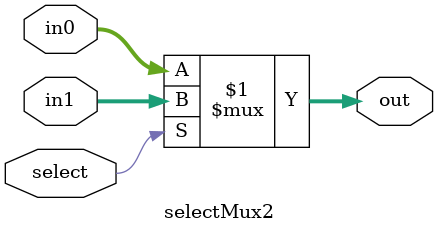
<source format=v>


module selectMux2
#(
// =============================================================================
// ** Parameters 
// =============================================================================
// Size of word (parent should over-write this if needeD)
  parameter N = 18 
)

(
// =============================================================================
// ** Ports 
// =============================================================================
  output  [N-1:0] out,
  input   [N-1:0] in0,
  input   [N-1:0] in1,
  input           select
);

// =============================================================================
// ** Procedures and assignments
// =============================================================================
assign out = select ? in1 : in0;
	
endmodule

</source>
